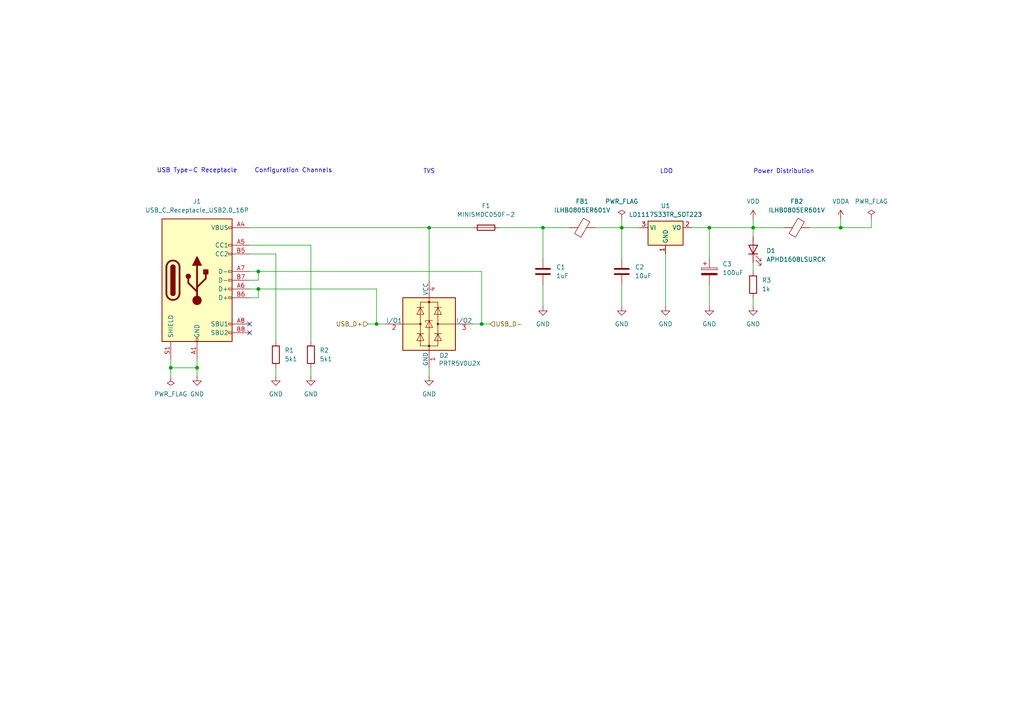
<source format=kicad_sch>
(kicad_sch (version 20250114) (generator "eeschema") (generator_version "9.0")
  (paper "A4")
  (lib_symbols
    (symbol "Connector:USB_C_Receptacle_USB2.0_16P" (pin_names (offset 1.016))
      (property "Reference" "J" (at 0 22.225 0))
      (property "Value" "USB_C_Receptacle_USB2.0_16P" (at 0 19.685 0))
      (symbol "USB_C_Receptacle_USB2.0_16P_0_0"
        (rectangle (start -0.254 -17.78) (end 0.254 -16.764))
        (rectangle (start 10.16 15.494) (end 9.144 14.986))
        (rectangle (start 10.16 10.414) (end 9.144 9.906))
        (rectangle (start 10.16 7.874) (end 9.144 7.366))
        (rectangle (start 10.16 2.794) (end 9.144 2.286))
        (rectangle (start 10.16 0.254) (end 9.144 -0.254))
        (rectangle (start 10.16 -2.286) (end 9.144 -2.794))
        (rectangle (start 10.16 -4.826) (end 9.144 -5.334))
        (rectangle (start 10.16 -12.446) (end 9.144 -12.954))
        (rectangle (start 10.16 -14.986) (end 9.144 -15.494))
      )
      (symbol "USB_C_Receptacle_USB2.0_16P_0_1"
        (rectangle (start -10.16 17.78) (end 10.16 -17.78) (stroke (width 0.254)) (fill (type background)))
        (polyline (pts (xy -8.89 -3.81) (xy -8.89 3.81)) (stroke (width 0.508)))
        (rectangle (start -7.62 -3.81) (end -6.35 3.81) (stroke (width 0.254)) (fill (type outline)))
        (arc (start -7.62 3.81) (mid -6.985 4.4423) (end -6.35 3.81) (stroke (width 0.254)))
        (arc (start -7.62 3.81) (mid -6.985 4.4423) (end -6.35 3.81) (stroke (width 0.254)) (fill (type outline)))
        (arc (start -8.89 3.81) (mid -6.985 5.7067) (end -5.08 3.81) (stroke (width 0.508)))
        (arc (start -5.08 -3.81) (mid -6.985 -5.7067) (end -8.89 -3.81) (stroke (width 0.508)))
        (arc (start -6.35 -3.81) (mid -6.985 -4.4423) (end -7.62 -3.81) (stroke (width 0.254)))
        (arc (start -6.35 -3.81) (mid -6.985 -4.4423) (end -7.62 -3.81) (stroke (width 0.254)) (fill (type outline)))
        (polyline (pts (xy -5.08 3.81) (xy -5.08 -3.81)) (stroke (width 0.508)))
        (circle (center -2.54 1.143) (radius 0.635) (stroke (width 0.254)) (fill (type outline)))
        (polyline (pts (xy -1.27 4.318) (xy 0 6.858) (xy 1.27 4.318) (xy -1.27 4.318)) (stroke (width 0.254)) (fill (type outline)))
        (polyline (pts (xy 0 -2.032) (xy 2.54 0.508) (xy 2.54 1.778)) (stroke (width 0.508)))
        (polyline (pts (xy 0 -3.302) (xy -2.54 -0.762) (xy -2.54 0.508)) (stroke (width 0.508)))
        (polyline (pts (xy 0 -5.842) (xy 0 4.318)) (stroke (width 0.508)))
        (circle (center 0 -5.842) (radius 1.27) (fill (type outline)))
        (rectangle (start 1.905 1.778) (end 3.175 3.048) (stroke (width 0.254)) (fill (type outline)))
      )
      (symbol "USB_C_Receptacle_USB2.0_16P_1_1"
        (pin passive line (at -7.62 -22.86 90) (length 5.08) (name "SHIELD") (number "S1"))
        (pin passive line (at 0 -22.86 90) (length 5.08) (name "GND") (number "A1"))
        (pin passive line (at 0 -22.86 90) (length 5.08) (hide yes) (name "GND") (number "A12"))
        (pin passive line (at 0 -22.86 90) (length 5.08) (hide yes) (name "GND") (number "B1"))
        (pin passive line (at 0 -22.86 90) (length 5.08) (hide yes) (name "GND") (number "B12"))
        (pin passive line (at 15.24 15.24 180) (length 5.08) (name "VBUS") (number "A4"))
        (pin passive line (at 15.24 15.24 180) (length 5.08) (hide yes) (name "VBUS") (number "A9"))
        (pin passive line (at 15.24 15.24 180) (length 5.08) (hide yes) (name "VBUS") (number "B4"))
        (pin passive line (at 15.24 15.24 180) (length 5.08) (hide yes) (name "VBUS") (number "B9"))
        (pin bidirectional line (at 15.24 10.16 180) (length 5.08) (name "CC1") (number "A5"))
        (pin bidirectional line (at 15.24 7.62 180) (length 5.08) (name "CC2") (number "B5"))
        (pin bidirectional line (at 15.24 2.54 180) (length 5.08) (name "D-") (number "A7"))
        (pin bidirectional line (at 15.24 0 180) (length 5.08) (name "D-") (number "B7"))
        (pin bidirectional line (at 15.24 -2.54 180) (length 5.08) (name "D+") (number "A6"))
        (pin bidirectional line (at 15.24 -5.08 180) (length 5.08) (name "D+") (number "B6"))
        (pin bidirectional line (at 15.24 -12.7 180) (length 5.08) (name "SBU1") (number "A8"))
        (pin bidirectional line (at 15.24 -15.24 180) (length 5.08) (name "SBU2") (number "B8"))
      )
    )
    (symbol "Device:C" (pin_numbers (hide yes)) (pin_names (offset 0.254))
      (property "Reference" "C" (at 0.635 2.54 0))
      (property "Value" "C" (at 0.635 -2.54 0))
      (symbol "C_0_1"
        (polyline (pts (xy -2.032 0.762) (xy 2.032 0.762)) (stroke (width 0.508)))
        (polyline (pts (xy -2.032 -0.762) (xy 2.032 -0.762)) (stroke (width 0.508)))
      )
      (symbol "C_1_1"
        (pin passive line (at 0 3.81 270) (length 2.794) (name "~") (number "1"))
        (pin passive line (at 0 -3.81 90) (length 2.794) (name "~") (number "2"))
      )
    )
    (symbol "Device:C_Polarized" (pin_numbers (hide yes)) (pin_names (offset 0.254))
      (property "Reference" "C" (at 0.635 2.54 0))
      (property "Value" "C_Polarized" (at 0.635 -2.54 0))
      (symbol "C_Polarized_0_1"
        (rectangle (start -2.286 0.508) (end 2.286 1.016))
        (polyline (pts (xy -1.778 2.286) (xy -0.762 2.286)))
        (polyline (pts (xy -1.27 2.794) (xy -1.27 1.778)))
        (rectangle (start 2.286 -0.508) (end -2.286 -1.016) (fill (type outline)))
      )
      (symbol "C_Polarized_1_1"
        (pin passive line (at 0 3.81 270) (length 2.794) (name "~") (number "1"))
        (pin passive line (at 0 -3.81 90) (length 2.794) (name "~") (number "2"))
      )
    )
    (symbol "Device:FerriteBead" (pin_numbers (hide yes)) (pin_names (offset 0))
      (property "Reference" "FB" (at -3.81 0.635 90))
      (property "Value" "FerriteBead" (at 3.81 0 90))
      (symbol "FerriteBead_0_1"
        (polyline (pts (xy -2.7686 0.4064) (xy -1.7018 2.2606) (xy 2.7686 -0.3048) (xy 1.6764 -2.159) (xy -2.7686 0.4064)))
        (polyline (pts (xy 0 1.27) (xy 0 1.2954)))
        (polyline (pts (xy 0 -1.27) (xy 0 -1.2192)))
      )
      (symbol "FerriteBead_1_1"
        (pin passive line (at 0 3.81 270) (length 2.54) (name "~") (number "1"))
        (pin passive line (at 0 -3.81 90) (length 2.54) (name "~") (number "2"))
      )
    )
    (symbol "Device:Fuse" (pin_numbers (hide yes)) (pin_names (offset 0))
      (property "Reference" "F" (at 2.032 0 90))
      (property "Value" "Fuse" (at -1.905 0 90))
      (symbol "Fuse_0_1"
        (rectangle (start -0.762 -2.54) (end 0.762 2.54) (stroke (width 0.254)))
        (polyline (pts (xy 0 2.54) (xy 0 -2.54)))
      )
      (symbol "Fuse_1_1"
        (pin passive line (at 0 3.81 270) (length 1.27) (name "~") (number "1"))
        (pin passive line (at 0 -3.81 90) (length 1.27) (name "~") (number "2"))
      )
    )
    (symbol "Device:R" (pin_numbers (hide yes)) (pin_names (offset 0))
      (property "Reference" "R" (at 2.032 0 90))
      (property "Value" "R" (at 0 0 90))
      (symbol "R_0_1"
        (rectangle (start -1.016 -2.54) (end 1.016 2.54) (stroke (width 0.254)))
      )
      (symbol "R_1_1"
        (pin passive line (at 0 3.81 270) (length 1.27) (name "~") (number "1"))
        (pin passive line (at 0 -3.81 90) (length 1.27) (name "~") (number "2"))
      )
    )
    (symbol "LED_1" (pin_numbers (hide yes)) (pin_names (offset 1.016) (hide yes))
      (property "Reference" "D" (at 0 2.54 0))
      (property "Value" "LED" (at 0 -2.54 0))
      (symbol "LED_1_0_1"
        (polyline (pts (xy -3.048 -0.762) (xy -4.572 -2.286) (xy -3.81 -2.286) (xy -4.572 -2.286) (xy -4.572 -1.524)))
        (polyline (pts (xy -1.778 -0.762) (xy -3.302 -2.286) (xy -2.54 -2.286) (xy -3.302 -2.286) (xy -3.302 -1.524)))
        (polyline (pts (xy -1.27 0) (xy 1.27 0)))
        (polyline (pts (xy -1.27 -1.27) (xy -1.27 1.27)) (stroke (width 0.254)))
        (polyline (pts (xy 1.27 -1.27) (xy 1.27 1.27) (xy -1.27 0) (xy 1.27 -1.27)) (stroke (width 0.254)))
      )
      (symbol "LED_1_1_1"
        (pin passive line (at -3.81 0 0) (length 2.54) (name "K") (number "1"))
        (pin passive line (at 3.81 0 180) (length 2.54) (name "A") (number "2"))
      )
    )
    (symbol "Power_Protection:PRTR5V0U2X" (pin_names (offset 0))
      (property "Reference" "D" (at 2.794 8.636 0))
      (property "Value" "PRTR5V0U2X" (at 8.128 -9.398 0))
      (symbol "PRTR5V0U2X_0_1"
        (rectangle (start -7.62 -7.62) (end 7.62 7.62) (stroke (width 0.254)) (fill (type background)))
        (polyline (pts (xy -3.556 2.794) (xy -1.524 2.794) (xy -2.54 4.826) (xy -3.556 2.794)))
        (polyline (pts (xy -3.556 -4.826) (xy -1.524 -4.826) (xy -2.54 -2.794) (xy -3.556 -4.826)))
        (rectangle (start -2.54 6.35) (end 2.54 -6.35))
        (circle (center -2.54 0) (radius 0.254) (fill (type outline)))
        (polyline (pts (xy -2.54 0) (xy -7.62 0)))
        (polyline (pts (xy -1.524 4.826) (xy -3.556 4.826)))
        (polyline (pts (xy -1.524 -2.794) (xy -3.556 -2.794)))
        (polyline (pts (xy -1.016 -1.016) (xy 1.016 -1.016) (xy 0 1.016) (xy -1.016 -1.016)))
        (circle (center 0 6.35) (radius 0.254) (fill (type outline)))
        (circle (center 0 -6.35) (radius 0.254) (fill (type outline)))
        (polyline (pts (xy 0 -7.62) (xy 0 7.62)))
        (polyline (pts (xy 1.016 1.016) (xy -1.016 1.016) (xy -1.016 0.508)))
        (polyline (pts (xy 1.524 4.826) (xy 3.556 4.826)))
        (polyline (pts (xy 1.524 -2.794) (xy 3.556 -2.794)))
        (polyline (pts (xy 2.54 0) (xy 7.62 0)))
        (circle (center 2.54 0) (radius 0.254) (fill (type outline)))
        (polyline (pts (xy 3.556 2.794) (xy 1.524 2.794) (xy 2.54 4.826) (xy 3.556 2.794)))
        (polyline (pts (xy 3.556 -4.826) (xy 1.524 -4.826) (xy 2.54 -2.794) (xy 3.556 -4.826)))
      )
      (symbol "PRTR5V0U2X_1_1"
        (pin passive line (at -12.7 0 0) (length 5.08) (name "I/O1") (number "2"))
        (pin passive line (at 0 12.7 270) (length 5.08) (name "VCC") (number "4"))
        (pin passive line (at 0 -12.7 90) (length 5.08) (name "GND") (number "1"))
        (pin passive line (at 12.7 0 180) (length 5.08) (name "I/O2") (number "3"))
      )
    )
    (symbol "Regulator_Linear:LD1117S33TR_SOT223"
      (property "Reference" "U" (at -3.81 3.175 0))
      (property "Value" "LD1117S33TR_SOT223" (at 0 3.175 0))
      (symbol "LD1117S33TR_SOT223_0_1"
        (rectangle (start -5.08 -5.08) (end 5.08 1.905) (stroke (width 0.254)) (fill (type background)))
      )
      (symbol "LD1117S33TR_SOT223_1_1"
        (pin power_in line (at -7.62 0 0) (length 2.54) (name "VI") (number "3"))
        (pin power_in line (at 0 -7.62 90) (length 2.54) (name "GND") (number "1"))
        (pin power_out line (at 7.62 0 180) (length 2.54) (name "VO") (number "2"))
      )
    )
    (symbol "power:GND" (power) (pin_numbers (hide yes)) (pin_names (offset 0) (hide yes))
      (property "Value" "GND" (at 0 -3.81 0))
      (symbol "GND_0_1"
        (polyline (pts (xy 0 0) (xy 0 -1.27) (xy 1.27 -1.27) (xy 0 -2.54) (xy -1.27 -1.27) (xy 0 -1.27)))
      )
      (symbol "GND_1_1"
        (pin power_in line (at 0 0 270) (length 0) (name "~") (number "1"))
      )
    )
    (symbol "power:PWR_FLAG" (power) (pin_numbers (hide yes)) (pin_names (offset 0) (hide yes))
      (property "Value" "PWR_FLAG" (at 0 3.81 0))
      (symbol "PWR_FLAG_0_0"
        (pin power_out line (at 0 0 90) (length 0) (name "~") (number "1"))
      )
      (symbol "PWR_FLAG_0_1"
        (polyline (pts (xy 0 0) (xy 0 1.27) (xy -1.016 1.905) (xy 0 2.54) (xy 1.016 1.905) (xy 0 1.27)))
      )
    )
    (symbol "power:VDD" (power) (pin_numbers (hide yes)) (pin_names (offset 0) (hide yes))
      (property "Value" "VDD" (at 0 3.556 0))
      (symbol "VDD_0_1"
        (polyline (pts (xy -0.762 1.27) (xy 0 2.54)))
        (polyline (pts (xy 0 2.54) (xy 0.762 1.27)))
        (polyline (pts (xy 0 0) (xy 0 2.54)))
      )
      (symbol "VDD_1_1"
        (pin power_in line (at 0 0 90) (length 0) (name "~") (number "1"))
      )
    )
    (symbol "power:VDDA" (power) (pin_numbers (hide yes)) (pin_names (offset 0) (hide yes))
      (property "Value" "VDDA" (at 0 3.556 0))
      (symbol "VDDA_0_1"
        (polyline (pts (xy -0.762 1.27) (xy 0 2.54)))
        (polyline (pts (xy 0 2.54) (xy 0.762 1.27)))
        (polyline (pts (xy 0 0) (xy 0 2.54)))
      )
      (symbol "VDDA_1_1"
        (pin power_in line (at 0 0 90) (length 0) (name "~") (number "1"))
      )
    )
  )
  (text "USB Type-C Receptacle" (at 57.15 49.53 0) (effects (font (size 1.27 1.27))))
  (text "TVS" (at 124.46 49.784 0) (effects (font (size 1.27 1.27))))
  (text "Configuration Channels" (at 85.09 49.53 0) (effects (font (size 1.27 1.27))))
  (text "Power Distribution" (at 227.33 49.784 0) (effects (font (size 1.27 1.27))))
  (text "LDO" (at 193.294 49.784 0) (effects (font (size 1.27 1.27))))
  (junction (at 218.44 66.04))
  (junction (at 157.48 66.04))
  (junction (at 139.7 93.98))
  (junction (at 205.74 66.04))
  (junction (at 180.34 66.04))
  (junction (at 124.46 66.04))
  (junction (at 74.93 78.74))
  (junction (at 74.93 83.82))
  (junction (at 49.53 106.68))
  (junction (at 57.15 106.68))
  (junction (at 109.22 93.98))
  (junction (at 243.84 66.04))
  (no_connect (at 72.39 93.98))
  (no_connect (at 72.39 96.52))
  (wire (pts (xy 124.46 66.04) (xy 137.16 66.04)))
  (wire (pts (xy 72.39 86.36) (xy 74.93 86.36)))
  (wire (pts (xy 234.95 66.04) (xy 243.84 66.04)))
  (wire (pts (xy 243.84 63.5) (xy 243.84 66.04)))
  (wire (pts (xy 49.53 106.68) (xy 57.15 106.68)))
  (wire (pts (xy 57.15 104.14) (xy 57.15 106.68)))
  (wire (pts (xy 124.46 66.04) (xy 124.46 81.28)))
  (wire (pts (xy 80.01 73.66) (xy 80.01 99.06)))
  (wire (pts (xy 74.93 78.74) (xy 74.93 81.28)))
  (wire (pts (xy 139.7 93.98) (xy 142.24 93.98)))
  (wire (pts (xy 252.73 63.5) (xy 252.73 66.04)))
  (wire (pts (xy 205.74 66.04) (xy 218.44 66.04)))
  (wire (pts (xy 180.34 66.04) (xy 180.34 74.93)))
  (wire (pts (xy 252.73 66.04) (xy 243.84 66.04)))
  (wire (pts (xy 109.22 93.98) (xy 109.22 83.82)))
  (wire (pts (xy 218.44 66.04) (xy 227.33 66.04)))
  (wire (pts (xy 72.39 78.74) (xy 74.93 78.74)))
  (wire (pts (xy 72.39 66.04) (xy 124.46 66.04)))
  (wire (pts (xy 109.22 93.98) (xy 111.76 93.98)))
  (wire (pts (xy 205.74 82.55) (xy 205.74 88.9)))
  (wire (pts (xy 90.17 106.68) (xy 90.17 109.22)))
  (wire (pts (xy 57.15 106.68) (xy 57.15 109.22)))
  (wire (pts (xy 80.01 73.66) (xy 72.39 73.66)))
  (wire (pts (xy 193.04 73.66) (xy 193.04 88.9)))
  (wire (pts (xy 218.44 63.5) (xy 218.44 66.04)))
  (wire (pts (xy 90.17 71.12) (xy 90.17 99.06)))
  (wire (pts (xy 180.34 63.5) (xy 180.34 66.04)))
  (wire (pts (xy 180.34 82.55) (xy 180.34 88.9)))
  (wire (pts (xy 218.44 66.04) (xy 218.44 68.58)))
  (wire (pts (xy 157.48 82.55) (xy 157.48 88.9)))
  (wire (pts (xy 180.34 66.04) (xy 185.42 66.04)))
  (wire (pts (xy 172.72 66.04) (xy 180.34 66.04)))
  (wire (pts (xy 157.48 66.04) (xy 165.1 66.04)))
  (wire (pts (xy 218.44 86.36) (xy 218.44 88.9)))
  (wire (pts (xy 218.44 76.2) (xy 218.44 78.74)))
  (wire (pts (xy 139.7 93.98) (xy 137.16 93.98)))
  (wire (pts (xy 124.46 106.68) (xy 124.46 109.22)))
  (wire (pts (xy 205.74 66.04) (xy 205.74 74.93)))
  (wire (pts (xy 80.01 106.68) (xy 80.01 109.22)))
  (wire (pts (xy 74.93 78.74) (xy 139.7 78.74)))
  (wire (pts (xy 72.39 81.28) (xy 74.93 81.28)))
  (wire (pts (xy 106.68 93.98) (xy 109.22 93.98)))
  (wire (pts (xy 49.53 104.14) (xy 49.53 106.68)))
  (wire (pts (xy 200.66 66.04) (xy 205.74 66.04)))
  (wire (pts (xy 109.22 83.82) (xy 74.93 83.82)))
  (wire (pts (xy 72.39 83.82) (xy 74.93 83.82)))
  (wire (pts (xy 74.93 83.82) (xy 74.93 86.36)))
  (wire (pts (xy 139.7 78.74) (xy 139.7 93.98)))
  (wire (pts (xy 157.48 66.04) (xy 157.48 74.93)))
  (wire (pts (xy 144.78 66.04) (xy 157.48 66.04)))
  (wire (pts (xy 90.17 71.12) (xy 72.39 71.12)))
  (wire (pts (xy 49.53 109.22) (xy 49.53 106.68)))
  (hierarchical_label "USB_D+" (shape input) (at 106.68 93.98 180))
  (hierarchical_label "USB_D-" (shape input) (at 142.24 93.98 0))
  (symbol (lib_id "Regulator_Linear:LD1117S33TR_SOT223") (at 193.04 66.04 0) (unit 1)
    (property "Reference" "U1" (at 193.04 59.69 0))
    (property "Value" "LD1117S33TR_SOT223" (at 193.04 62.23 0))
    (property "Footprint" "Package_TO_SOT_SMD:SOT-223" (effects (hide yes)))
    (property "Datasheet" "http://www.st.com/st-web-ui/static/active/en/resource/technical/document/datasheet/CD00000544.pdf" (effects (hide yes)))
    (property "Description" "800mA Fixed Low Drop Positive Voltage Regulator, Fixed Output 3.3V, SOT-223" (effects (hide yes)))
  )
  (symbol (lib_id "Device:R") (at 90.17 102.87 0) (unit 1)
    (property "Reference" "R2" (at 92.71 101.5999 0) (effects (justify left)))
    (property "Value" "5k1" (at 92.71 104.1399 0) (effects (justify left)))
    (property "Footprint" "Resistor_SMD:R_0805_2012Metric" (effects (hide yes)))
    (property "Description" "Resistor" (effects (hide yes)))
  )
  (symbol (lib_id "power:VDDA") (at 243.84 63.5 0) (unit 1)
    (property "Reference" "#PWR0103" (effects (hide yes)))
    (property "Value" "VDDA" (at 243.84 58.42 0))
    (property "Description" "Power symbol creates a global label with name \"VDDA\"" (effects (hide yes)))
  )
  (symbol (lib_id "Connector:USB_C_Receptacle_USB2.0_16P") (at 57.15 81.28 0) (unit 1)
    (property "Reference" "J1" (at 57.15 58.42 0))
    (property "Value" "USB_C_Receptacle_USB2.0_16P" (at 57.15 60.96 0))
    (property "Footprint" "additional_parts:USB4500" (effects (hide yes)))
    (property "Datasheet" "https://www.usb.org/sites/default/files/documents/usb_type-c.zip" (effects (hide yes)))
    (property "Description" "USB 2.0-only 16P Type-C Receptacle connector" (effects (hide yes)))
  )
  (symbol (lib_id "Device:FerriteBead") (at 168.91 66.04 90) (unit 1)
    (property "Reference" "FB1" (at 168.8592 58.42 90))
    (property "Value" "ILHB0805ER601V" (at 168.8592 60.96 90))
    (property "Footprint" "Inductor_SMD:L_0805_2012Metric" (effects (hide yes)))
    (property "Description" "Ferrite bead" (effects (hide yes)))
  )
  (symbol (lib_id "Device:R") (at 80.01 102.87 0) (unit 1)
    (property "Reference" "R1" (at 82.55 101.5999 0) (effects (justify left)))
    (property "Value" "5k1" (at 82.55 104.1399 0) (effects (justify left)))
    (property "Footprint" "Resistor_SMD:R_0805_2012Metric" (effects (hide yes)))
    (property "Description" "Resistor" (effects (hide yes)))
  )
  (symbol (lib_id "Power_Protection:PRTR5V0U2X") (at 124.46 93.98 0) (unit 1)
    (property "Reference" "D2" (at 128.778 103.124 0))
    (property "Value" "PRTR5V0U2X" (at 133.35 105.41 0))
    (property "Footprint" "Package_TO_SOT_SMD:SOT-143" (effects (hide yes)))
    (property "Datasheet" "https://assets.nexperia.com/documents/data-sheet/PRTR5V0U2X.pdf" (effects (hide yes)))
    (property "Description" "Ultra low capacitance double rail-to-rail ESD protection diode, SOT-143" (effects (hide yes)))
  )
  (symbol (lib_id "power:GND") (at 205.74 88.9 0) (unit 1)
    (property "Reference" "#PWR0109" (effects (hide yes)))
    (property "Value" "GND" (at 205.74 93.98 0))
    (property "Description" "Power symbol creates a global label with name \"GND\" , ground" (effects (hide yes)))
  )
  (symbol (lib_id "Device:C") (at 157.48 78.74 0) (unit 1)
    (property "Reference" "C1" (at 161.29 77.4699 0) (effects (justify left)))
    (property "Value" "1uF" (at 161.29 80.0099 0) (effects (justify left)))
    (property "Footprint" "Capacitor_SMD:C_0805_2012Metric" (effects (hide yes)))
    (property "Description" "Unpolarized capacitor" (effects (hide yes)))
  )
  (symbol (lib_id "Device:Fuse") (at 140.97 66.04 90) (unit 1)
    (property "Reference" "F1" (at 140.97 59.69 90))
    (property "Value" "MINISMDC050F-2" (at 140.97 62.23 90))
    (property "Footprint" "Fuse:Fuse_1812_4532Metric" (effects (hide yes)))
    (property "Description" "Fuse" (effects (hide yes)))
  )
  (symbol (lib_id "power:PWR_FLAG") (at 180.34 63.5 0) (unit 1)
    (property "Reference" "#FLG01" (effects (hide yes)))
    (property "Value" "PWR_FLAG" (at 180.34 58.42 0))
    (property "Description" "Special symbol for telling ERC where power comes from" (effects (hide yes)))
  )
  (symbol (lib_id "power:GND") (at 80.01 109.22 0) (unit 1)
    (property "Reference" "#PWR0112" (effects (hide yes)))
    (property "Value" "GND" (at 80.01 114.3 0))
    (property "Description" "Power symbol creates a global label with name \"GND\" , ground" (effects (hide yes)))
  )
  (symbol (lib_name "LED_1") (lib_id "Device:LED") (at 218.44 72.39 90) (unit 1)
    (property "Reference" "D1" (at 222.25 72.7074 90) (effects (justify right)))
    (property "Value" "APHD1608LSURCK" (at 222.25 75.2474 90) (effects (justify right)))
    (property "Footprint" "LED_SMD:LED_0603_1608Metric" (effects (hide yes)))
    (property "Description" "Light emitting diode" (effects (hide yes)))
    (property "Sim.Pins" "1=K 2=A" (effects (hide yes)))
  )
  (symbol (lib_id "power:PWR_FLAG") (at 252.73 63.5 0) (unit 1)
    (property "Reference" "#FLG02" (effects (hide yes)))
    (property "Value" "PWR_FLAG" (at 252.73 58.42 0))
    (property "Description" "Special symbol for telling ERC where power comes from" (effects (hide yes)))
  )
  (symbol (lib_id "Device:C") (at 180.34 78.74 0) (unit 1)
    (property "Reference" "C2" (at 184.15 77.4699 0) (effects (justify left)))
    (property "Value" "10uF" (at 184.15 80.0099 0) (effects (justify left)))
    (property "Footprint" "Capacitor_SMD:C_0805_2012Metric" (effects (hide yes)))
    (property "Description" "Unpolarized capacitor" (effects (hide yes)))
  )
  (symbol (lib_id "power:GND") (at 180.34 88.9 0) (unit 1)
    (property "Reference" "#PWR0107" (effects (hide yes)))
    (property "Value" "GND" (at 180.34 93.98 0))
    (property "Description" "Power symbol creates a global label with name \"GND\" , ground" (effects (hide yes)))
  )
  (symbol (lib_id "power:GND") (at 193.04 88.9 0) (unit 1)
    (property "Reference" "#PWR0106" (effects (hide yes)))
    (property "Value" "GND" (at 193.04 93.98 0))
    (property "Description" "Power symbol creates a global label with name \"GND\" , ground" (effects (hide yes)))
  )
  (symbol (lib_id "Device:C_Polarized") (at 205.74 78.74 0) (unit 1)
    (property "Reference" "C3" (at 209.55 76.5809 0) (effects (justify left)))
    (property "Value" "100uF" (at 209.55 79.1209 0) (effects (justify left)))
    (property "Footprint" "Capacitor_THT:CP_Radial_D5.0mm_P2.00mm" (effects (hide yes)))
    (property "Description" "Polarized capacitor" (effects (hide yes)))
  )
  (symbol (lib_id "Device:FerriteBead") (at 231.14 66.04 90) (unit 1)
    (property "Reference" "FB2" (at 231.0892 58.42 90))
    (property "Value" "ILHB0805ER601V" (at 231.0892 60.96 90))
    (property "Footprint" "Inductor_SMD:L_0805_2012Metric" (effects (hide yes)))
    (property "Description" "Ferrite bead" (effects (hide yes)))
  )
  (symbol (lib_id "power:PWR_FLAG") (at 49.53 109.22 180) (unit 1)
    (property "Reference" "#FLG03" (effects (hide yes)))
    (property "Value" "PWR_FLAG" (at 49.53 114.3 0))
    (property "Description" "Special symbol for telling ERC where power comes from" (effects (hide yes)))
  )
  (symbol (lib_id "power:GND") (at 218.44 88.9 0) (unit 1)
    (property "Reference" "#PWR0110" (effects (hide yes)))
    (property "Value" "GND" (at 218.44 93.98 0))
    (property "Description" "Power symbol creates a global label with name \"GND\" , ground" (effects (hide yes)))
  )
  (symbol (lib_id "power:GND") (at 57.15 109.22 0) (unit 1)
    (property "Reference" "#PWR0115" (effects (hide yes)))
    (property "Value" "GND" (at 57.15 114.3 0))
    (property "Description" "Power symbol creates a global label with name \"GND\" , ground" (effects (hide yes)))
  )
  (symbol (lib_id "Device:R") (at 218.44 82.55 0) (unit 1)
    (property "Reference" "R3" (at 220.98 81.2799 0) (effects (justify left)))
    (property "Value" "1k" (at 220.98 83.8199 0) (effects (justify left)))
    (property "Footprint" "Resistor_SMD:R_0805_2012Metric" (effects (hide yes)))
    (property "Description" "Resistor" (effects (hide yes)))
  )
  (symbol (lib_id "power:GND") (at 124.46 109.22 0) (unit 1)
    (property "Reference" "#PWR0108" (effects (hide yes)))
    (property "Value" "GND" (at 124.46 114.3 0))
    (property "Description" "Power symbol creates a global label with name \"GND\" , ground" (effects (hide yes)))
  )
  (symbol (lib_id "power:VDD") (at 218.44 63.5 0) (unit 1)
    (property "Reference" "#PWR0105" (effects (hide yes)))
    (property "Value" "VDD" (at 218.44 58.42 0))
    (property "Description" "Power symbol creates a global label with name \"VDD\"" (effects (hide yes)))
  )
  (symbol (lib_id "power:GND") (at 157.48 88.9 0) (unit 1)
    (property "Reference" "#PWR0113" (effects (hide yes)))
    (property "Value" "GND" (at 157.48 93.98 0))
    (property "Description" "Power symbol creates a global label with name \"GND\" , ground" (effects (hide yes)))
  )
  (symbol (lib_id "power:GND") (at 90.17 109.22 0) (unit 1)
    (property "Reference" "#PWR0111" (effects (hide yes)))
    (property "Value" "GND" (at 90.17 114.3 0))
    (property "Description" "Power symbol creates a global label with name \"GND\" , ground" (effects (hide yes)))
  )
)
</source>
